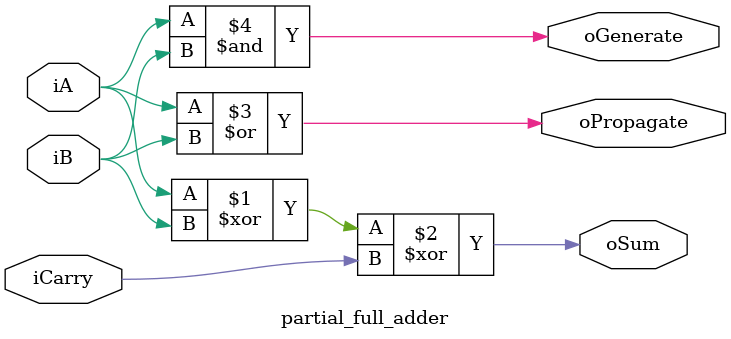
<source format=v>
`timescale 1ns / 1ps


module partial_full_adder(
    input wire iA, iB, iCarry,
    output wire oSum, oPropagate, oGenerate
    );
    
    assign oSum = (iA^iB)^iCarry;
    assign oPropagate = iA|iB;
    assign oGenerate = iA&iB;
endmodule

</source>
